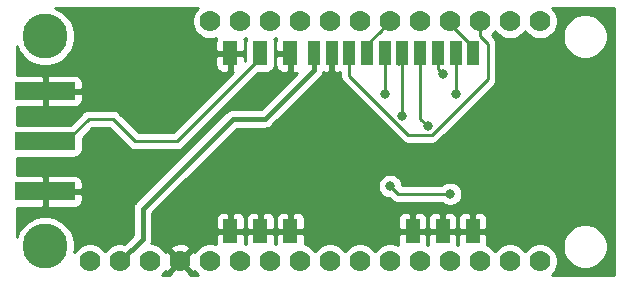
<source format=gtl>
G04 #@! TF.GenerationSoftware,KiCad,Pcbnew,(5.1.2-1)-1*
G04 #@! TF.CreationDate,2019-05-16T11:09:26+08:00*
G04 #@! TF.ProjectId,huzzah-cc112x-shield,68757a7a-6168-42d6-9363-313132782d73,1*
G04 #@! TF.SameCoordinates,Original*
G04 #@! TF.FileFunction,Copper,L1,Top*
G04 #@! TF.FilePolarity,Positive*
%FSLAX46Y46*%
G04 Gerber Fmt 4.6, Leading zero omitted, Abs format (unit mm)*
G04 Created by KiCad (PCBNEW (5.1.2-1)-1) date 2019-05-16 11:09:26*
%MOMM*%
%LPD*%
G04 APERTURE LIST*
%ADD10R,5.080000X1.500000*%
%ADD11C,3.810000*%
%ADD12C,1.778000*%
%ADD13R,1.000000X2.000000*%
%ADD14R,1.200000X2.000000*%
%ADD15C,0.800000*%
%ADD16C,0.250000*%
%ADD17C,0.400000*%
%ADD18C,0.254000*%
G04 APERTURE END LIST*
D10*
X15875000Y-24765000D03*
X15875000Y-20515000D03*
X15875000Y-29015000D03*
D11*
X15875000Y-15875000D03*
X15875000Y-33655000D03*
D12*
X29845000Y-14605000D03*
X32385000Y-14605000D03*
X34925000Y-14605000D03*
X37465000Y-14605000D03*
X40005000Y-14605000D03*
X42545000Y-14605000D03*
X45085000Y-14605000D03*
X47625000Y-14605000D03*
X50165000Y-14605000D03*
X52705000Y-14605000D03*
X55245000Y-14605000D03*
X57785000Y-14605000D03*
X29845000Y-34925000D03*
X32385000Y-34925000D03*
X34925000Y-34925000D03*
X37465000Y-34925000D03*
X40005000Y-34925000D03*
X42545000Y-34925000D03*
X45085000Y-34925000D03*
X47625000Y-34925000D03*
X50165000Y-34925000D03*
X52705000Y-34925000D03*
X55245000Y-34925000D03*
X57785000Y-34925000D03*
X27305000Y-34925000D03*
X24765000Y-34925000D03*
X22225000Y-34925000D03*
X19685000Y-34925000D03*
D13*
X52140000Y-17325000D03*
X50640000Y-17325000D03*
X49140000Y-17325000D03*
X47640000Y-17325000D03*
X46140000Y-17325000D03*
X44640000Y-17325000D03*
X43140000Y-17325000D03*
X41640000Y-17325000D03*
X40140000Y-17325000D03*
X38640000Y-17325000D03*
D14*
X36620000Y-17325000D03*
X34080000Y-17325000D03*
X31540000Y-17325000D03*
X52070000Y-32385000D03*
X49530000Y-32385000D03*
X46990000Y-32385000D03*
X36650000Y-32385000D03*
X34110000Y-32385000D03*
X31570000Y-32385000D03*
D15*
X49530000Y-19050000D03*
X29210000Y-17145000D03*
X20320000Y-30480000D03*
X20320000Y-17145000D03*
X24765000Y-17145000D03*
X60960000Y-20320000D03*
X60960000Y-29845000D03*
X60960000Y-24765000D03*
X40005000Y-22225000D03*
X50800000Y-25400000D03*
X53975000Y-25400000D03*
X57150000Y-25400000D03*
X33655000Y-25400000D03*
X41910000Y-32385000D03*
X40005000Y-32385000D03*
X43815000Y-32385000D03*
X34925000Y-25400000D03*
X34925000Y-26670000D03*
X34925000Y-27940000D03*
X34925000Y-29210000D03*
X36195000Y-25400000D03*
X38735000Y-25400000D03*
X38735000Y-26670000D03*
X38735000Y-27940000D03*
X38735000Y-29210000D03*
X40005000Y-26670000D03*
X40640000Y-27940000D03*
X42545000Y-25400000D03*
X42545000Y-26670000D03*
X42545000Y-27940000D03*
X42545000Y-29210000D03*
X41275000Y-26670000D03*
X60960000Y-22225000D03*
X60960000Y-27305000D03*
X26035000Y-22860000D03*
X46140000Y-22645000D03*
X48260000Y-23495000D03*
X44640000Y-20765000D03*
X45085000Y-28575000D03*
X50165000Y-29210000D03*
X50640000Y-20795000D03*
D16*
X49140000Y-18660000D02*
X49140000Y-17325000D01*
X49530000Y-19050000D02*
X49140000Y-18660000D01*
X50165000Y-14850000D02*
X50165000Y-14605000D01*
X52140000Y-16825000D02*
X50165000Y-14850000D01*
X52140000Y-17325000D02*
X52140000Y-16825000D01*
D17*
X38640000Y-18725000D02*
X34505000Y-22860000D01*
X38640000Y-17325000D02*
X38640000Y-18725000D01*
X34505000Y-22860000D02*
X31750000Y-22860000D01*
X31750000Y-22860000D02*
X24130000Y-30480000D01*
X24130000Y-33020000D02*
X22225000Y-34925000D01*
X24130000Y-30480000D02*
X24130000Y-33020000D01*
D16*
X17665000Y-24765000D02*
X15875000Y-24765000D01*
X19570000Y-22860000D02*
X17665000Y-24765000D01*
X21590000Y-22860000D02*
X19570000Y-22860000D01*
X23495000Y-24765000D02*
X21590000Y-22860000D01*
X27040000Y-24765000D02*
X23495000Y-24765000D01*
X34080000Y-17725000D02*
X27040000Y-24765000D01*
X34080000Y-17325000D02*
X34080000Y-17725000D01*
X44196001Y-15493999D02*
X45085000Y-14605000D01*
X43140000Y-16550000D02*
X44196001Y-15493999D01*
X43140000Y-17325000D02*
X43140000Y-16550000D01*
X46140000Y-17825000D02*
X45720000Y-18245000D01*
X46140000Y-17325000D02*
X46140000Y-17825000D01*
X46140000Y-17325000D02*
X46140000Y-22645000D01*
X47640000Y-17325000D02*
X47640000Y-22875000D01*
X47640000Y-22875000D02*
X48260000Y-23495000D01*
X44640000Y-17325000D02*
X44640000Y-20765000D01*
X45085000Y-28575000D02*
X45720000Y-29210000D01*
X45720000Y-29210000D02*
X50165000Y-29210000D01*
X50640000Y-17325000D02*
X50640000Y-20795000D01*
X48608001Y-24220001D02*
X53340000Y-19488002D01*
X41640000Y-19218002D02*
X46641999Y-24220001D01*
X46641999Y-24220001D02*
X48608001Y-24220001D01*
X41640000Y-17325000D02*
X41640000Y-19218002D01*
X53340000Y-16497235D02*
X52705000Y-15862235D01*
X52705000Y-15862235D02*
X52705000Y-14605000D01*
X53340000Y-19488002D02*
X53340000Y-16497235D01*
D18*
G36*
X64008000Y-36068000D02*
G01*
X58797261Y-36068000D01*
X58968768Y-35896493D01*
X59135551Y-35646885D01*
X59250434Y-35369534D01*
X59309000Y-35075101D01*
X59309000Y-34774899D01*
X59250434Y-34480466D01*
X59135551Y-34203115D01*
X58968768Y-33953507D01*
X58756493Y-33741232D01*
X58506885Y-33574449D01*
X58248385Y-33467374D01*
X59690000Y-33467374D01*
X59690000Y-33842626D01*
X59763209Y-34210668D01*
X59906811Y-34557356D01*
X60115290Y-34869366D01*
X60380634Y-35134710D01*
X60692644Y-35343189D01*
X61039332Y-35486791D01*
X61407374Y-35560000D01*
X61782626Y-35560000D01*
X62150668Y-35486791D01*
X62497356Y-35343189D01*
X62809366Y-35134710D01*
X63074710Y-34869366D01*
X63283189Y-34557356D01*
X63426791Y-34210668D01*
X63500000Y-33842626D01*
X63500000Y-33467374D01*
X63426791Y-33099332D01*
X63283189Y-32752644D01*
X63074710Y-32440634D01*
X62809366Y-32175290D01*
X62497356Y-31966811D01*
X62150668Y-31823209D01*
X61782626Y-31750000D01*
X61407374Y-31750000D01*
X61039332Y-31823209D01*
X60692644Y-31966811D01*
X60380634Y-32175290D01*
X60115290Y-32440634D01*
X59906811Y-32752644D01*
X59763209Y-33099332D01*
X59690000Y-33467374D01*
X58248385Y-33467374D01*
X58229534Y-33459566D01*
X57935101Y-33401000D01*
X57634899Y-33401000D01*
X57340466Y-33459566D01*
X57063115Y-33574449D01*
X56813507Y-33741232D01*
X56601232Y-33953507D01*
X56515000Y-34082562D01*
X56428768Y-33953507D01*
X56216493Y-33741232D01*
X55966885Y-33574449D01*
X55689534Y-33459566D01*
X55395101Y-33401000D01*
X55094899Y-33401000D01*
X54800466Y-33459566D01*
X54523115Y-33574449D01*
X54273507Y-33741232D01*
X54061232Y-33953507D01*
X53975000Y-34082562D01*
X53888768Y-33953507D01*
X53676493Y-33741232D01*
X53426885Y-33574449D01*
X53292935Y-33518965D01*
X53295812Y-33509482D01*
X53308072Y-33385000D01*
X53305000Y-32670750D01*
X53146250Y-32512000D01*
X52197000Y-32512000D01*
X52197000Y-32532000D01*
X51943000Y-32532000D01*
X51943000Y-32512000D01*
X50993750Y-32512000D01*
X50835000Y-32670750D01*
X50831928Y-33385000D01*
X50844188Y-33509482D01*
X50860592Y-33563558D01*
X50752935Y-33518965D01*
X50755812Y-33509482D01*
X50768072Y-33385000D01*
X50765000Y-32670750D01*
X50606250Y-32512000D01*
X49657000Y-32512000D01*
X49657000Y-32532000D01*
X49403000Y-32532000D01*
X49403000Y-32512000D01*
X48453750Y-32512000D01*
X48295000Y-32670750D01*
X48291928Y-33385000D01*
X48304188Y-33509482D01*
X48320592Y-33563558D01*
X48212935Y-33518965D01*
X48215812Y-33509482D01*
X48228072Y-33385000D01*
X48225000Y-32670750D01*
X48066250Y-32512000D01*
X47117000Y-32512000D01*
X47117000Y-32532000D01*
X46863000Y-32532000D01*
X46863000Y-32512000D01*
X45913750Y-32512000D01*
X45755000Y-32670750D01*
X45751928Y-33385000D01*
X45764188Y-33509482D01*
X45780592Y-33563558D01*
X45529534Y-33459566D01*
X45235101Y-33401000D01*
X44934899Y-33401000D01*
X44640466Y-33459566D01*
X44363115Y-33574449D01*
X44113507Y-33741232D01*
X43901232Y-33953507D01*
X43815000Y-34082562D01*
X43728768Y-33953507D01*
X43516493Y-33741232D01*
X43266885Y-33574449D01*
X42989534Y-33459566D01*
X42695101Y-33401000D01*
X42394899Y-33401000D01*
X42100466Y-33459566D01*
X41823115Y-33574449D01*
X41573507Y-33741232D01*
X41361232Y-33953507D01*
X41275000Y-34082562D01*
X41188768Y-33953507D01*
X40976493Y-33741232D01*
X40726885Y-33574449D01*
X40449534Y-33459566D01*
X40155101Y-33401000D01*
X39854899Y-33401000D01*
X39560466Y-33459566D01*
X39283115Y-33574449D01*
X39033507Y-33741232D01*
X38821232Y-33953507D01*
X38735000Y-34082562D01*
X38648768Y-33953507D01*
X38436493Y-33741232D01*
X38186885Y-33574449D01*
X37909534Y-33459566D01*
X37881282Y-33453946D01*
X37888072Y-33385000D01*
X37885000Y-32670750D01*
X37726250Y-32512000D01*
X36777000Y-32512000D01*
X36777000Y-32532000D01*
X36523000Y-32532000D01*
X36523000Y-32512000D01*
X35573750Y-32512000D01*
X35415000Y-32670750D01*
X35411928Y-33385000D01*
X35421387Y-33481044D01*
X35369534Y-33459566D01*
X35341282Y-33453946D01*
X35348072Y-33385000D01*
X35345000Y-32670750D01*
X35186250Y-32512000D01*
X34237000Y-32512000D01*
X34237000Y-32532000D01*
X33983000Y-32532000D01*
X33983000Y-32512000D01*
X33033750Y-32512000D01*
X32875000Y-32670750D01*
X32871928Y-33385000D01*
X32881387Y-33481044D01*
X32829534Y-33459566D01*
X32801282Y-33453946D01*
X32808072Y-33385000D01*
X32805000Y-32670750D01*
X32646250Y-32512000D01*
X31697000Y-32512000D01*
X31697000Y-32532000D01*
X31443000Y-32532000D01*
X31443000Y-32512000D01*
X30493750Y-32512000D01*
X30335000Y-32670750D01*
X30331928Y-33385000D01*
X30341387Y-33481044D01*
X30289534Y-33459566D01*
X29995101Y-33401000D01*
X29694899Y-33401000D01*
X29400466Y-33459566D01*
X29123115Y-33574449D01*
X28873507Y-33741232D01*
X28661232Y-33953507D01*
X28555583Y-34111622D01*
X28361231Y-34048374D01*
X27484605Y-34925000D01*
X28361231Y-35801626D01*
X28555583Y-35738378D01*
X28661232Y-35896493D01*
X28832739Y-36068000D01*
X28153389Y-36068000D01*
X28181626Y-35981231D01*
X27305000Y-35104605D01*
X26428374Y-35981231D01*
X26456611Y-36068000D01*
X25777261Y-36068000D01*
X25948768Y-35896493D01*
X26054417Y-35738378D01*
X26248769Y-35801626D01*
X27125395Y-34925000D01*
X26248769Y-34048374D01*
X26054417Y-34111622D01*
X25948768Y-33953507D01*
X25864030Y-33868769D01*
X26428374Y-33868769D01*
X27305000Y-34745395D01*
X28181626Y-33868769D01*
X28099273Y-33615711D01*
X27828582Y-33485914D01*
X27537770Y-33411420D01*
X27238012Y-33395092D01*
X26940829Y-33437557D01*
X26657641Y-33537184D01*
X26510727Y-33615711D01*
X26428374Y-33868769D01*
X25864030Y-33868769D01*
X25736493Y-33741232D01*
X25486885Y-33574449D01*
X25209534Y-33459566D01*
X24915101Y-33401000D01*
X24873148Y-33401000D01*
X24905172Y-33341087D01*
X24952918Y-33183689D01*
X24965000Y-33061019D01*
X24969040Y-33020000D01*
X24965000Y-32978982D01*
X24965000Y-31385000D01*
X30331928Y-31385000D01*
X30335000Y-32099250D01*
X30493750Y-32258000D01*
X31443000Y-32258000D01*
X31443000Y-30908750D01*
X31697000Y-30908750D01*
X31697000Y-32258000D01*
X32646250Y-32258000D01*
X32805000Y-32099250D01*
X32808072Y-31385000D01*
X32871928Y-31385000D01*
X32875000Y-32099250D01*
X33033750Y-32258000D01*
X33983000Y-32258000D01*
X33983000Y-30908750D01*
X34237000Y-30908750D01*
X34237000Y-32258000D01*
X35186250Y-32258000D01*
X35345000Y-32099250D01*
X35348072Y-31385000D01*
X35411928Y-31385000D01*
X35415000Y-32099250D01*
X35573750Y-32258000D01*
X36523000Y-32258000D01*
X36523000Y-30908750D01*
X36777000Y-30908750D01*
X36777000Y-32258000D01*
X37726250Y-32258000D01*
X37885000Y-32099250D01*
X37888072Y-31385000D01*
X45751928Y-31385000D01*
X45755000Y-32099250D01*
X45913750Y-32258000D01*
X46863000Y-32258000D01*
X46863000Y-30908750D01*
X47117000Y-30908750D01*
X47117000Y-32258000D01*
X48066250Y-32258000D01*
X48225000Y-32099250D01*
X48228072Y-31385000D01*
X48291928Y-31385000D01*
X48295000Y-32099250D01*
X48453750Y-32258000D01*
X49403000Y-32258000D01*
X49403000Y-30908750D01*
X49657000Y-30908750D01*
X49657000Y-32258000D01*
X50606250Y-32258000D01*
X50765000Y-32099250D01*
X50768072Y-31385000D01*
X50831928Y-31385000D01*
X50835000Y-32099250D01*
X50993750Y-32258000D01*
X51943000Y-32258000D01*
X51943000Y-30908750D01*
X52197000Y-30908750D01*
X52197000Y-32258000D01*
X53146250Y-32258000D01*
X53305000Y-32099250D01*
X53308072Y-31385000D01*
X53295812Y-31260518D01*
X53259502Y-31140820D01*
X53200537Y-31030506D01*
X53121185Y-30933815D01*
X53024494Y-30854463D01*
X52914180Y-30795498D01*
X52794482Y-30759188D01*
X52670000Y-30746928D01*
X52355750Y-30750000D01*
X52197000Y-30908750D01*
X51943000Y-30908750D01*
X51784250Y-30750000D01*
X51470000Y-30746928D01*
X51345518Y-30759188D01*
X51225820Y-30795498D01*
X51115506Y-30854463D01*
X51018815Y-30933815D01*
X50939463Y-31030506D01*
X50880498Y-31140820D01*
X50844188Y-31260518D01*
X50831928Y-31385000D01*
X50768072Y-31385000D01*
X50755812Y-31260518D01*
X50719502Y-31140820D01*
X50660537Y-31030506D01*
X50581185Y-30933815D01*
X50484494Y-30854463D01*
X50374180Y-30795498D01*
X50254482Y-30759188D01*
X50130000Y-30746928D01*
X49815750Y-30750000D01*
X49657000Y-30908750D01*
X49403000Y-30908750D01*
X49244250Y-30750000D01*
X48930000Y-30746928D01*
X48805518Y-30759188D01*
X48685820Y-30795498D01*
X48575506Y-30854463D01*
X48478815Y-30933815D01*
X48399463Y-31030506D01*
X48340498Y-31140820D01*
X48304188Y-31260518D01*
X48291928Y-31385000D01*
X48228072Y-31385000D01*
X48215812Y-31260518D01*
X48179502Y-31140820D01*
X48120537Y-31030506D01*
X48041185Y-30933815D01*
X47944494Y-30854463D01*
X47834180Y-30795498D01*
X47714482Y-30759188D01*
X47590000Y-30746928D01*
X47275750Y-30750000D01*
X47117000Y-30908750D01*
X46863000Y-30908750D01*
X46704250Y-30750000D01*
X46390000Y-30746928D01*
X46265518Y-30759188D01*
X46145820Y-30795498D01*
X46035506Y-30854463D01*
X45938815Y-30933815D01*
X45859463Y-31030506D01*
X45800498Y-31140820D01*
X45764188Y-31260518D01*
X45751928Y-31385000D01*
X37888072Y-31385000D01*
X37875812Y-31260518D01*
X37839502Y-31140820D01*
X37780537Y-31030506D01*
X37701185Y-30933815D01*
X37604494Y-30854463D01*
X37494180Y-30795498D01*
X37374482Y-30759188D01*
X37250000Y-30746928D01*
X36935750Y-30750000D01*
X36777000Y-30908750D01*
X36523000Y-30908750D01*
X36364250Y-30750000D01*
X36050000Y-30746928D01*
X35925518Y-30759188D01*
X35805820Y-30795498D01*
X35695506Y-30854463D01*
X35598815Y-30933815D01*
X35519463Y-31030506D01*
X35460498Y-31140820D01*
X35424188Y-31260518D01*
X35411928Y-31385000D01*
X35348072Y-31385000D01*
X35335812Y-31260518D01*
X35299502Y-31140820D01*
X35240537Y-31030506D01*
X35161185Y-30933815D01*
X35064494Y-30854463D01*
X34954180Y-30795498D01*
X34834482Y-30759188D01*
X34710000Y-30746928D01*
X34395750Y-30750000D01*
X34237000Y-30908750D01*
X33983000Y-30908750D01*
X33824250Y-30750000D01*
X33510000Y-30746928D01*
X33385518Y-30759188D01*
X33265820Y-30795498D01*
X33155506Y-30854463D01*
X33058815Y-30933815D01*
X32979463Y-31030506D01*
X32920498Y-31140820D01*
X32884188Y-31260518D01*
X32871928Y-31385000D01*
X32808072Y-31385000D01*
X32795812Y-31260518D01*
X32759502Y-31140820D01*
X32700537Y-31030506D01*
X32621185Y-30933815D01*
X32524494Y-30854463D01*
X32414180Y-30795498D01*
X32294482Y-30759188D01*
X32170000Y-30746928D01*
X31855750Y-30750000D01*
X31697000Y-30908750D01*
X31443000Y-30908750D01*
X31284250Y-30750000D01*
X30970000Y-30746928D01*
X30845518Y-30759188D01*
X30725820Y-30795498D01*
X30615506Y-30854463D01*
X30518815Y-30933815D01*
X30439463Y-31030506D01*
X30380498Y-31140820D01*
X30344188Y-31260518D01*
X30331928Y-31385000D01*
X24965000Y-31385000D01*
X24965000Y-30825867D01*
X27317806Y-28473061D01*
X44050000Y-28473061D01*
X44050000Y-28676939D01*
X44089774Y-28876898D01*
X44167795Y-29065256D01*
X44281063Y-29234774D01*
X44425226Y-29378937D01*
X44594744Y-29492205D01*
X44783102Y-29570226D01*
X44983061Y-29610000D01*
X45045198Y-29610000D01*
X45156200Y-29721002D01*
X45179999Y-29750001D01*
X45208997Y-29773799D01*
X45295724Y-29844974D01*
X45427753Y-29915546D01*
X45571014Y-29959003D01*
X45720000Y-29973677D01*
X45757333Y-29970000D01*
X49461289Y-29970000D01*
X49505226Y-30013937D01*
X49674744Y-30127205D01*
X49863102Y-30205226D01*
X50063061Y-30245000D01*
X50266939Y-30245000D01*
X50466898Y-30205226D01*
X50655256Y-30127205D01*
X50824774Y-30013937D01*
X50968937Y-29869774D01*
X51082205Y-29700256D01*
X51160226Y-29511898D01*
X51200000Y-29311939D01*
X51200000Y-29108061D01*
X51160226Y-28908102D01*
X51082205Y-28719744D01*
X50968937Y-28550226D01*
X50824774Y-28406063D01*
X50655256Y-28292795D01*
X50466898Y-28214774D01*
X50266939Y-28175000D01*
X50063061Y-28175000D01*
X49863102Y-28214774D01*
X49674744Y-28292795D01*
X49505226Y-28406063D01*
X49461289Y-28450000D01*
X46115413Y-28450000D01*
X46080226Y-28273102D01*
X46002205Y-28084744D01*
X45888937Y-27915226D01*
X45744774Y-27771063D01*
X45575256Y-27657795D01*
X45386898Y-27579774D01*
X45186939Y-27540000D01*
X44983061Y-27540000D01*
X44783102Y-27579774D01*
X44594744Y-27657795D01*
X44425226Y-27771063D01*
X44281063Y-27915226D01*
X44167795Y-28084744D01*
X44089774Y-28273102D01*
X44050000Y-28473061D01*
X27317806Y-28473061D01*
X32095868Y-23695000D01*
X34463982Y-23695000D01*
X34505000Y-23699040D01*
X34546018Y-23695000D01*
X34546019Y-23695000D01*
X34668689Y-23682918D01*
X34826087Y-23635172D01*
X34971146Y-23557636D01*
X35098291Y-23453291D01*
X35124446Y-23421421D01*
X39201427Y-19344441D01*
X39233291Y-19318291D01*
X39337636Y-19191146D01*
X39415172Y-19046087D01*
X39450094Y-18930966D01*
X39515518Y-18950812D01*
X39640000Y-18963072D01*
X39854250Y-18960000D01*
X40013000Y-18801250D01*
X40013000Y-17452000D01*
X39993000Y-17452000D01*
X39993000Y-17198000D01*
X40013000Y-17198000D01*
X40013000Y-17178000D01*
X40267000Y-17178000D01*
X40267000Y-17198000D01*
X40287000Y-17198000D01*
X40287000Y-17452000D01*
X40267000Y-17452000D01*
X40267000Y-18801250D01*
X40425750Y-18960000D01*
X40640000Y-18963072D01*
X40764482Y-18950812D01*
X40880001Y-18915770D01*
X40880001Y-19180670D01*
X40876324Y-19218002D01*
X40890998Y-19366987D01*
X40934454Y-19510248D01*
X41005026Y-19642278D01*
X41076201Y-19729004D01*
X41100000Y-19758003D01*
X41128998Y-19781801D01*
X46078200Y-24731004D01*
X46101998Y-24760002D01*
X46217723Y-24854975D01*
X46349752Y-24925547D01*
X46493013Y-24969004D01*
X46604666Y-24980001D01*
X46604676Y-24980001D01*
X46641999Y-24983677D01*
X46679322Y-24980001D01*
X48570679Y-24980001D01*
X48608001Y-24983677D01*
X48645323Y-24980001D01*
X48645334Y-24980001D01*
X48756987Y-24969004D01*
X48900248Y-24925547D01*
X49032277Y-24854975D01*
X49148002Y-24760002D01*
X49171805Y-24730998D01*
X53851004Y-20051800D01*
X53880001Y-20028003D01*
X53974974Y-19912278D01*
X54045546Y-19780249D01*
X54089003Y-19636988D01*
X54100000Y-19525335D01*
X54100000Y-19525326D01*
X54103676Y-19488003D01*
X54100000Y-19450680D01*
X54100000Y-16534568D01*
X54103677Y-16497235D01*
X54089003Y-16348249D01*
X54045546Y-16204988D01*
X53974974Y-16072959D01*
X53903799Y-15986232D01*
X53880001Y-15957234D01*
X53851002Y-15933435D01*
X53691414Y-15773847D01*
X53888768Y-15576493D01*
X53975000Y-15447438D01*
X54061232Y-15576493D01*
X54273507Y-15788768D01*
X54523115Y-15955551D01*
X54800466Y-16070434D01*
X55094899Y-16129000D01*
X55395101Y-16129000D01*
X55689534Y-16070434D01*
X55966885Y-15955551D01*
X56216493Y-15788768D01*
X56428768Y-15576493D01*
X56515000Y-15447438D01*
X56601232Y-15576493D01*
X56813507Y-15788768D01*
X57063115Y-15955551D01*
X57340466Y-16070434D01*
X57634899Y-16129000D01*
X57935101Y-16129000D01*
X58229534Y-16070434D01*
X58506885Y-15955551D01*
X58756493Y-15788768D01*
X58857887Y-15687374D01*
X59690000Y-15687374D01*
X59690000Y-16062626D01*
X59763209Y-16430668D01*
X59906811Y-16777356D01*
X60115290Y-17089366D01*
X60380634Y-17354710D01*
X60692644Y-17563189D01*
X61039332Y-17706791D01*
X61407374Y-17780000D01*
X61782626Y-17780000D01*
X62150668Y-17706791D01*
X62497356Y-17563189D01*
X62809366Y-17354710D01*
X63074710Y-17089366D01*
X63283189Y-16777356D01*
X63426791Y-16430668D01*
X63500000Y-16062626D01*
X63500000Y-15687374D01*
X63426791Y-15319332D01*
X63283189Y-14972644D01*
X63074710Y-14660634D01*
X62809366Y-14395290D01*
X62497356Y-14186811D01*
X62150668Y-14043209D01*
X61782626Y-13970000D01*
X61407374Y-13970000D01*
X61039332Y-14043209D01*
X60692644Y-14186811D01*
X60380634Y-14395290D01*
X60115290Y-14660634D01*
X59906811Y-14972644D01*
X59763209Y-15319332D01*
X59690000Y-15687374D01*
X58857887Y-15687374D01*
X58968768Y-15576493D01*
X59135551Y-15326885D01*
X59250434Y-15049534D01*
X59309000Y-14755101D01*
X59309000Y-14454899D01*
X59250434Y-14160466D01*
X59135551Y-13883115D01*
X58968768Y-13633507D01*
X58797261Y-13462000D01*
X64008000Y-13462000D01*
X64008000Y-36068000D01*
X64008000Y-36068000D01*
G37*
X64008000Y-36068000D02*
X58797261Y-36068000D01*
X58968768Y-35896493D01*
X59135551Y-35646885D01*
X59250434Y-35369534D01*
X59309000Y-35075101D01*
X59309000Y-34774899D01*
X59250434Y-34480466D01*
X59135551Y-34203115D01*
X58968768Y-33953507D01*
X58756493Y-33741232D01*
X58506885Y-33574449D01*
X58248385Y-33467374D01*
X59690000Y-33467374D01*
X59690000Y-33842626D01*
X59763209Y-34210668D01*
X59906811Y-34557356D01*
X60115290Y-34869366D01*
X60380634Y-35134710D01*
X60692644Y-35343189D01*
X61039332Y-35486791D01*
X61407374Y-35560000D01*
X61782626Y-35560000D01*
X62150668Y-35486791D01*
X62497356Y-35343189D01*
X62809366Y-35134710D01*
X63074710Y-34869366D01*
X63283189Y-34557356D01*
X63426791Y-34210668D01*
X63500000Y-33842626D01*
X63500000Y-33467374D01*
X63426791Y-33099332D01*
X63283189Y-32752644D01*
X63074710Y-32440634D01*
X62809366Y-32175290D01*
X62497356Y-31966811D01*
X62150668Y-31823209D01*
X61782626Y-31750000D01*
X61407374Y-31750000D01*
X61039332Y-31823209D01*
X60692644Y-31966811D01*
X60380634Y-32175290D01*
X60115290Y-32440634D01*
X59906811Y-32752644D01*
X59763209Y-33099332D01*
X59690000Y-33467374D01*
X58248385Y-33467374D01*
X58229534Y-33459566D01*
X57935101Y-33401000D01*
X57634899Y-33401000D01*
X57340466Y-33459566D01*
X57063115Y-33574449D01*
X56813507Y-33741232D01*
X56601232Y-33953507D01*
X56515000Y-34082562D01*
X56428768Y-33953507D01*
X56216493Y-33741232D01*
X55966885Y-33574449D01*
X55689534Y-33459566D01*
X55395101Y-33401000D01*
X55094899Y-33401000D01*
X54800466Y-33459566D01*
X54523115Y-33574449D01*
X54273507Y-33741232D01*
X54061232Y-33953507D01*
X53975000Y-34082562D01*
X53888768Y-33953507D01*
X53676493Y-33741232D01*
X53426885Y-33574449D01*
X53292935Y-33518965D01*
X53295812Y-33509482D01*
X53308072Y-33385000D01*
X53305000Y-32670750D01*
X53146250Y-32512000D01*
X52197000Y-32512000D01*
X52197000Y-32532000D01*
X51943000Y-32532000D01*
X51943000Y-32512000D01*
X50993750Y-32512000D01*
X50835000Y-32670750D01*
X50831928Y-33385000D01*
X50844188Y-33509482D01*
X50860592Y-33563558D01*
X50752935Y-33518965D01*
X50755812Y-33509482D01*
X50768072Y-33385000D01*
X50765000Y-32670750D01*
X50606250Y-32512000D01*
X49657000Y-32512000D01*
X49657000Y-32532000D01*
X49403000Y-32532000D01*
X49403000Y-32512000D01*
X48453750Y-32512000D01*
X48295000Y-32670750D01*
X48291928Y-33385000D01*
X48304188Y-33509482D01*
X48320592Y-33563558D01*
X48212935Y-33518965D01*
X48215812Y-33509482D01*
X48228072Y-33385000D01*
X48225000Y-32670750D01*
X48066250Y-32512000D01*
X47117000Y-32512000D01*
X47117000Y-32532000D01*
X46863000Y-32532000D01*
X46863000Y-32512000D01*
X45913750Y-32512000D01*
X45755000Y-32670750D01*
X45751928Y-33385000D01*
X45764188Y-33509482D01*
X45780592Y-33563558D01*
X45529534Y-33459566D01*
X45235101Y-33401000D01*
X44934899Y-33401000D01*
X44640466Y-33459566D01*
X44363115Y-33574449D01*
X44113507Y-33741232D01*
X43901232Y-33953507D01*
X43815000Y-34082562D01*
X43728768Y-33953507D01*
X43516493Y-33741232D01*
X43266885Y-33574449D01*
X42989534Y-33459566D01*
X42695101Y-33401000D01*
X42394899Y-33401000D01*
X42100466Y-33459566D01*
X41823115Y-33574449D01*
X41573507Y-33741232D01*
X41361232Y-33953507D01*
X41275000Y-34082562D01*
X41188768Y-33953507D01*
X40976493Y-33741232D01*
X40726885Y-33574449D01*
X40449534Y-33459566D01*
X40155101Y-33401000D01*
X39854899Y-33401000D01*
X39560466Y-33459566D01*
X39283115Y-33574449D01*
X39033507Y-33741232D01*
X38821232Y-33953507D01*
X38735000Y-34082562D01*
X38648768Y-33953507D01*
X38436493Y-33741232D01*
X38186885Y-33574449D01*
X37909534Y-33459566D01*
X37881282Y-33453946D01*
X37888072Y-33385000D01*
X37885000Y-32670750D01*
X37726250Y-32512000D01*
X36777000Y-32512000D01*
X36777000Y-32532000D01*
X36523000Y-32532000D01*
X36523000Y-32512000D01*
X35573750Y-32512000D01*
X35415000Y-32670750D01*
X35411928Y-33385000D01*
X35421387Y-33481044D01*
X35369534Y-33459566D01*
X35341282Y-33453946D01*
X35348072Y-33385000D01*
X35345000Y-32670750D01*
X35186250Y-32512000D01*
X34237000Y-32512000D01*
X34237000Y-32532000D01*
X33983000Y-32532000D01*
X33983000Y-32512000D01*
X33033750Y-32512000D01*
X32875000Y-32670750D01*
X32871928Y-33385000D01*
X32881387Y-33481044D01*
X32829534Y-33459566D01*
X32801282Y-33453946D01*
X32808072Y-33385000D01*
X32805000Y-32670750D01*
X32646250Y-32512000D01*
X31697000Y-32512000D01*
X31697000Y-32532000D01*
X31443000Y-32532000D01*
X31443000Y-32512000D01*
X30493750Y-32512000D01*
X30335000Y-32670750D01*
X30331928Y-33385000D01*
X30341387Y-33481044D01*
X30289534Y-33459566D01*
X29995101Y-33401000D01*
X29694899Y-33401000D01*
X29400466Y-33459566D01*
X29123115Y-33574449D01*
X28873507Y-33741232D01*
X28661232Y-33953507D01*
X28555583Y-34111622D01*
X28361231Y-34048374D01*
X27484605Y-34925000D01*
X28361231Y-35801626D01*
X28555583Y-35738378D01*
X28661232Y-35896493D01*
X28832739Y-36068000D01*
X28153389Y-36068000D01*
X28181626Y-35981231D01*
X27305000Y-35104605D01*
X26428374Y-35981231D01*
X26456611Y-36068000D01*
X25777261Y-36068000D01*
X25948768Y-35896493D01*
X26054417Y-35738378D01*
X26248769Y-35801626D01*
X27125395Y-34925000D01*
X26248769Y-34048374D01*
X26054417Y-34111622D01*
X25948768Y-33953507D01*
X25864030Y-33868769D01*
X26428374Y-33868769D01*
X27305000Y-34745395D01*
X28181626Y-33868769D01*
X28099273Y-33615711D01*
X27828582Y-33485914D01*
X27537770Y-33411420D01*
X27238012Y-33395092D01*
X26940829Y-33437557D01*
X26657641Y-33537184D01*
X26510727Y-33615711D01*
X26428374Y-33868769D01*
X25864030Y-33868769D01*
X25736493Y-33741232D01*
X25486885Y-33574449D01*
X25209534Y-33459566D01*
X24915101Y-33401000D01*
X24873148Y-33401000D01*
X24905172Y-33341087D01*
X24952918Y-33183689D01*
X24965000Y-33061019D01*
X24969040Y-33020000D01*
X24965000Y-32978982D01*
X24965000Y-31385000D01*
X30331928Y-31385000D01*
X30335000Y-32099250D01*
X30493750Y-32258000D01*
X31443000Y-32258000D01*
X31443000Y-30908750D01*
X31697000Y-30908750D01*
X31697000Y-32258000D01*
X32646250Y-32258000D01*
X32805000Y-32099250D01*
X32808072Y-31385000D01*
X32871928Y-31385000D01*
X32875000Y-32099250D01*
X33033750Y-32258000D01*
X33983000Y-32258000D01*
X33983000Y-30908750D01*
X34237000Y-30908750D01*
X34237000Y-32258000D01*
X35186250Y-32258000D01*
X35345000Y-32099250D01*
X35348072Y-31385000D01*
X35411928Y-31385000D01*
X35415000Y-32099250D01*
X35573750Y-32258000D01*
X36523000Y-32258000D01*
X36523000Y-30908750D01*
X36777000Y-30908750D01*
X36777000Y-32258000D01*
X37726250Y-32258000D01*
X37885000Y-32099250D01*
X37888072Y-31385000D01*
X45751928Y-31385000D01*
X45755000Y-32099250D01*
X45913750Y-32258000D01*
X46863000Y-32258000D01*
X46863000Y-30908750D01*
X47117000Y-30908750D01*
X47117000Y-32258000D01*
X48066250Y-32258000D01*
X48225000Y-32099250D01*
X48228072Y-31385000D01*
X48291928Y-31385000D01*
X48295000Y-32099250D01*
X48453750Y-32258000D01*
X49403000Y-32258000D01*
X49403000Y-30908750D01*
X49657000Y-30908750D01*
X49657000Y-32258000D01*
X50606250Y-32258000D01*
X50765000Y-32099250D01*
X50768072Y-31385000D01*
X50831928Y-31385000D01*
X50835000Y-32099250D01*
X50993750Y-32258000D01*
X51943000Y-32258000D01*
X51943000Y-30908750D01*
X52197000Y-30908750D01*
X52197000Y-32258000D01*
X53146250Y-32258000D01*
X53305000Y-32099250D01*
X53308072Y-31385000D01*
X53295812Y-31260518D01*
X53259502Y-31140820D01*
X53200537Y-31030506D01*
X53121185Y-30933815D01*
X53024494Y-30854463D01*
X52914180Y-30795498D01*
X52794482Y-30759188D01*
X52670000Y-30746928D01*
X52355750Y-30750000D01*
X52197000Y-30908750D01*
X51943000Y-30908750D01*
X51784250Y-30750000D01*
X51470000Y-30746928D01*
X51345518Y-30759188D01*
X51225820Y-30795498D01*
X51115506Y-30854463D01*
X51018815Y-30933815D01*
X50939463Y-31030506D01*
X50880498Y-31140820D01*
X50844188Y-31260518D01*
X50831928Y-31385000D01*
X50768072Y-31385000D01*
X50755812Y-31260518D01*
X50719502Y-31140820D01*
X50660537Y-31030506D01*
X50581185Y-30933815D01*
X50484494Y-30854463D01*
X50374180Y-30795498D01*
X50254482Y-30759188D01*
X50130000Y-30746928D01*
X49815750Y-30750000D01*
X49657000Y-30908750D01*
X49403000Y-30908750D01*
X49244250Y-30750000D01*
X48930000Y-30746928D01*
X48805518Y-30759188D01*
X48685820Y-30795498D01*
X48575506Y-30854463D01*
X48478815Y-30933815D01*
X48399463Y-31030506D01*
X48340498Y-31140820D01*
X48304188Y-31260518D01*
X48291928Y-31385000D01*
X48228072Y-31385000D01*
X48215812Y-31260518D01*
X48179502Y-31140820D01*
X48120537Y-31030506D01*
X48041185Y-30933815D01*
X47944494Y-30854463D01*
X47834180Y-30795498D01*
X47714482Y-30759188D01*
X47590000Y-30746928D01*
X47275750Y-30750000D01*
X47117000Y-30908750D01*
X46863000Y-30908750D01*
X46704250Y-30750000D01*
X46390000Y-30746928D01*
X46265518Y-30759188D01*
X46145820Y-30795498D01*
X46035506Y-30854463D01*
X45938815Y-30933815D01*
X45859463Y-31030506D01*
X45800498Y-31140820D01*
X45764188Y-31260518D01*
X45751928Y-31385000D01*
X37888072Y-31385000D01*
X37875812Y-31260518D01*
X37839502Y-31140820D01*
X37780537Y-31030506D01*
X37701185Y-30933815D01*
X37604494Y-30854463D01*
X37494180Y-30795498D01*
X37374482Y-30759188D01*
X37250000Y-30746928D01*
X36935750Y-30750000D01*
X36777000Y-30908750D01*
X36523000Y-30908750D01*
X36364250Y-30750000D01*
X36050000Y-30746928D01*
X35925518Y-30759188D01*
X35805820Y-30795498D01*
X35695506Y-30854463D01*
X35598815Y-30933815D01*
X35519463Y-31030506D01*
X35460498Y-31140820D01*
X35424188Y-31260518D01*
X35411928Y-31385000D01*
X35348072Y-31385000D01*
X35335812Y-31260518D01*
X35299502Y-31140820D01*
X35240537Y-31030506D01*
X35161185Y-30933815D01*
X35064494Y-30854463D01*
X34954180Y-30795498D01*
X34834482Y-30759188D01*
X34710000Y-30746928D01*
X34395750Y-30750000D01*
X34237000Y-30908750D01*
X33983000Y-30908750D01*
X33824250Y-30750000D01*
X33510000Y-30746928D01*
X33385518Y-30759188D01*
X33265820Y-30795498D01*
X33155506Y-30854463D01*
X33058815Y-30933815D01*
X32979463Y-31030506D01*
X32920498Y-31140820D01*
X32884188Y-31260518D01*
X32871928Y-31385000D01*
X32808072Y-31385000D01*
X32795812Y-31260518D01*
X32759502Y-31140820D01*
X32700537Y-31030506D01*
X32621185Y-30933815D01*
X32524494Y-30854463D01*
X32414180Y-30795498D01*
X32294482Y-30759188D01*
X32170000Y-30746928D01*
X31855750Y-30750000D01*
X31697000Y-30908750D01*
X31443000Y-30908750D01*
X31284250Y-30750000D01*
X30970000Y-30746928D01*
X30845518Y-30759188D01*
X30725820Y-30795498D01*
X30615506Y-30854463D01*
X30518815Y-30933815D01*
X30439463Y-31030506D01*
X30380498Y-31140820D01*
X30344188Y-31260518D01*
X30331928Y-31385000D01*
X24965000Y-31385000D01*
X24965000Y-30825867D01*
X27317806Y-28473061D01*
X44050000Y-28473061D01*
X44050000Y-28676939D01*
X44089774Y-28876898D01*
X44167795Y-29065256D01*
X44281063Y-29234774D01*
X44425226Y-29378937D01*
X44594744Y-29492205D01*
X44783102Y-29570226D01*
X44983061Y-29610000D01*
X45045198Y-29610000D01*
X45156200Y-29721002D01*
X45179999Y-29750001D01*
X45208997Y-29773799D01*
X45295724Y-29844974D01*
X45427753Y-29915546D01*
X45571014Y-29959003D01*
X45720000Y-29973677D01*
X45757333Y-29970000D01*
X49461289Y-29970000D01*
X49505226Y-30013937D01*
X49674744Y-30127205D01*
X49863102Y-30205226D01*
X50063061Y-30245000D01*
X50266939Y-30245000D01*
X50466898Y-30205226D01*
X50655256Y-30127205D01*
X50824774Y-30013937D01*
X50968937Y-29869774D01*
X51082205Y-29700256D01*
X51160226Y-29511898D01*
X51200000Y-29311939D01*
X51200000Y-29108061D01*
X51160226Y-28908102D01*
X51082205Y-28719744D01*
X50968937Y-28550226D01*
X50824774Y-28406063D01*
X50655256Y-28292795D01*
X50466898Y-28214774D01*
X50266939Y-28175000D01*
X50063061Y-28175000D01*
X49863102Y-28214774D01*
X49674744Y-28292795D01*
X49505226Y-28406063D01*
X49461289Y-28450000D01*
X46115413Y-28450000D01*
X46080226Y-28273102D01*
X46002205Y-28084744D01*
X45888937Y-27915226D01*
X45744774Y-27771063D01*
X45575256Y-27657795D01*
X45386898Y-27579774D01*
X45186939Y-27540000D01*
X44983061Y-27540000D01*
X44783102Y-27579774D01*
X44594744Y-27657795D01*
X44425226Y-27771063D01*
X44281063Y-27915226D01*
X44167795Y-28084744D01*
X44089774Y-28273102D01*
X44050000Y-28473061D01*
X27317806Y-28473061D01*
X32095868Y-23695000D01*
X34463982Y-23695000D01*
X34505000Y-23699040D01*
X34546018Y-23695000D01*
X34546019Y-23695000D01*
X34668689Y-23682918D01*
X34826087Y-23635172D01*
X34971146Y-23557636D01*
X35098291Y-23453291D01*
X35124446Y-23421421D01*
X39201427Y-19344441D01*
X39233291Y-19318291D01*
X39337636Y-19191146D01*
X39415172Y-19046087D01*
X39450094Y-18930966D01*
X39515518Y-18950812D01*
X39640000Y-18963072D01*
X39854250Y-18960000D01*
X40013000Y-18801250D01*
X40013000Y-17452000D01*
X39993000Y-17452000D01*
X39993000Y-17198000D01*
X40013000Y-17198000D01*
X40013000Y-17178000D01*
X40267000Y-17178000D01*
X40267000Y-17198000D01*
X40287000Y-17198000D01*
X40287000Y-17452000D01*
X40267000Y-17452000D01*
X40267000Y-18801250D01*
X40425750Y-18960000D01*
X40640000Y-18963072D01*
X40764482Y-18950812D01*
X40880001Y-18915770D01*
X40880001Y-19180670D01*
X40876324Y-19218002D01*
X40890998Y-19366987D01*
X40934454Y-19510248D01*
X41005026Y-19642278D01*
X41076201Y-19729004D01*
X41100000Y-19758003D01*
X41128998Y-19781801D01*
X46078200Y-24731004D01*
X46101998Y-24760002D01*
X46217723Y-24854975D01*
X46349752Y-24925547D01*
X46493013Y-24969004D01*
X46604666Y-24980001D01*
X46604676Y-24980001D01*
X46641999Y-24983677D01*
X46679322Y-24980001D01*
X48570679Y-24980001D01*
X48608001Y-24983677D01*
X48645323Y-24980001D01*
X48645334Y-24980001D01*
X48756987Y-24969004D01*
X48900248Y-24925547D01*
X49032277Y-24854975D01*
X49148002Y-24760002D01*
X49171805Y-24730998D01*
X53851004Y-20051800D01*
X53880001Y-20028003D01*
X53974974Y-19912278D01*
X54045546Y-19780249D01*
X54089003Y-19636988D01*
X54100000Y-19525335D01*
X54100000Y-19525326D01*
X54103676Y-19488003D01*
X54100000Y-19450680D01*
X54100000Y-16534568D01*
X54103677Y-16497235D01*
X54089003Y-16348249D01*
X54045546Y-16204988D01*
X53974974Y-16072959D01*
X53903799Y-15986232D01*
X53880001Y-15957234D01*
X53851002Y-15933435D01*
X53691414Y-15773847D01*
X53888768Y-15576493D01*
X53975000Y-15447438D01*
X54061232Y-15576493D01*
X54273507Y-15788768D01*
X54523115Y-15955551D01*
X54800466Y-16070434D01*
X55094899Y-16129000D01*
X55395101Y-16129000D01*
X55689534Y-16070434D01*
X55966885Y-15955551D01*
X56216493Y-15788768D01*
X56428768Y-15576493D01*
X56515000Y-15447438D01*
X56601232Y-15576493D01*
X56813507Y-15788768D01*
X57063115Y-15955551D01*
X57340466Y-16070434D01*
X57634899Y-16129000D01*
X57935101Y-16129000D01*
X58229534Y-16070434D01*
X58506885Y-15955551D01*
X58756493Y-15788768D01*
X58857887Y-15687374D01*
X59690000Y-15687374D01*
X59690000Y-16062626D01*
X59763209Y-16430668D01*
X59906811Y-16777356D01*
X60115290Y-17089366D01*
X60380634Y-17354710D01*
X60692644Y-17563189D01*
X61039332Y-17706791D01*
X61407374Y-17780000D01*
X61782626Y-17780000D01*
X62150668Y-17706791D01*
X62497356Y-17563189D01*
X62809366Y-17354710D01*
X63074710Y-17089366D01*
X63283189Y-16777356D01*
X63426791Y-16430668D01*
X63500000Y-16062626D01*
X63500000Y-15687374D01*
X63426791Y-15319332D01*
X63283189Y-14972644D01*
X63074710Y-14660634D01*
X62809366Y-14395290D01*
X62497356Y-14186811D01*
X62150668Y-14043209D01*
X61782626Y-13970000D01*
X61407374Y-13970000D01*
X61039332Y-14043209D01*
X60692644Y-14186811D01*
X60380634Y-14395290D01*
X60115290Y-14660634D01*
X59906811Y-14972644D01*
X59763209Y-15319332D01*
X59690000Y-15687374D01*
X58857887Y-15687374D01*
X58968768Y-15576493D01*
X59135551Y-15326885D01*
X59250434Y-15049534D01*
X59309000Y-14755101D01*
X59309000Y-14454899D01*
X59250434Y-14160466D01*
X59135551Y-13883115D01*
X58968768Y-13633507D01*
X58797261Y-13462000D01*
X64008000Y-13462000D01*
X64008000Y-36068000D01*
G36*
X35430498Y-16080820D02*
G01*
X35394188Y-16200518D01*
X35381928Y-16325000D01*
X35385000Y-17039250D01*
X35543750Y-17198000D01*
X36493000Y-17198000D01*
X36493000Y-17178000D01*
X36747000Y-17178000D01*
X36747000Y-17198000D01*
X36767000Y-17198000D01*
X36767000Y-17452000D01*
X36747000Y-17452000D01*
X36747000Y-18801250D01*
X36905750Y-18960000D01*
X37220000Y-18963072D01*
X37221176Y-18962956D01*
X34159133Y-22025000D01*
X31791007Y-22025000D01*
X31749999Y-22020961D01*
X31708991Y-22025000D01*
X31708981Y-22025000D01*
X31586311Y-22037082D01*
X31428913Y-22084828D01*
X31283854Y-22162364D01*
X31156709Y-22266709D01*
X31130561Y-22298571D01*
X23568579Y-29860554D01*
X23536709Y-29886709D01*
X23468355Y-29970000D01*
X23432364Y-30013855D01*
X23354828Y-30158914D01*
X23307082Y-30316312D01*
X23290960Y-30480000D01*
X23295000Y-30521019D01*
X23295001Y-32674130D01*
X22536106Y-33433026D01*
X22375101Y-33401000D01*
X22074899Y-33401000D01*
X21780466Y-33459566D01*
X21503115Y-33574449D01*
X21253507Y-33741232D01*
X21041232Y-33953507D01*
X20955000Y-34082562D01*
X20868768Y-33953507D01*
X20656493Y-33741232D01*
X20406885Y-33574449D01*
X20129534Y-33459566D01*
X19835101Y-33401000D01*
X19534899Y-33401000D01*
X19240466Y-33459566D01*
X18963115Y-33574449D01*
X18713507Y-33741232D01*
X18501232Y-33953507D01*
X18364757Y-34157756D01*
X18415000Y-33905168D01*
X18415000Y-33404832D01*
X18317389Y-32914109D01*
X18125919Y-32451859D01*
X17847947Y-32035844D01*
X17494156Y-31682053D01*
X17078141Y-31404081D01*
X16615891Y-31212611D01*
X16125168Y-31115000D01*
X15624832Y-31115000D01*
X15134109Y-31212611D01*
X14671859Y-31404081D01*
X14255844Y-31682053D01*
X13902053Y-32035844D01*
X13624081Y-32451859D01*
X13462000Y-32843158D01*
X13462000Y-30402899D01*
X15589250Y-30400000D01*
X15748000Y-30241250D01*
X15748000Y-29142000D01*
X16002000Y-29142000D01*
X16002000Y-30241250D01*
X16160750Y-30400000D01*
X18415000Y-30403072D01*
X18539482Y-30390812D01*
X18659180Y-30354502D01*
X18769494Y-30295537D01*
X18866185Y-30216185D01*
X18945537Y-30119494D01*
X19004502Y-30009180D01*
X19040812Y-29889482D01*
X19053072Y-29765000D01*
X19050000Y-29300750D01*
X18891250Y-29142000D01*
X16002000Y-29142000D01*
X15748000Y-29142000D01*
X15728000Y-29142000D01*
X15728000Y-28888000D01*
X15748000Y-28888000D01*
X15748000Y-27788750D01*
X16002000Y-27788750D01*
X16002000Y-28888000D01*
X18891250Y-28888000D01*
X19050000Y-28729250D01*
X19053072Y-28265000D01*
X19040812Y-28140518D01*
X19004502Y-28020820D01*
X18945537Y-27910506D01*
X18866185Y-27813815D01*
X18769494Y-27734463D01*
X18659180Y-27675498D01*
X18539482Y-27639188D01*
X18415000Y-27626928D01*
X16160750Y-27630000D01*
X16002000Y-27788750D01*
X15748000Y-27788750D01*
X15589250Y-27630000D01*
X13462000Y-27627101D01*
X13462000Y-26153072D01*
X18415000Y-26153072D01*
X18539482Y-26140812D01*
X18659180Y-26104502D01*
X18769494Y-26045537D01*
X18866185Y-25966185D01*
X18945537Y-25869494D01*
X19004502Y-25759180D01*
X19040812Y-25639482D01*
X19053072Y-25515000D01*
X19053072Y-24451729D01*
X19884802Y-23620000D01*
X21275199Y-23620000D01*
X22931201Y-25276003D01*
X22954999Y-25305001D01*
X23070724Y-25399974D01*
X23202753Y-25470546D01*
X23346014Y-25514003D01*
X23457667Y-25525000D01*
X23457677Y-25525000D01*
X23495000Y-25528676D01*
X23532323Y-25525000D01*
X27002678Y-25525000D01*
X27040000Y-25528676D01*
X27077322Y-25525000D01*
X27077333Y-25525000D01*
X27188986Y-25514003D01*
X27332247Y-25470546D01*
X27464276Y-25399974D01*
X27580001Y-25305001D01*
X27603804Y-25275997D01*
X33916731Y-18963072D01*
X34680000Y-18963072D01*
X34804482Y-18950812D01*
X34924180Y-18914502D01*
X35034494Y-18855537D01*
X35131185Y-18776185D01*
X35210537Y-18679494D01*
X35269502Y-18569180D01*
X35305812Y-18449482D01*
X35318072Y-18325000D01*
X35381928Y-18325000D01*
X35394188Y-18449482D01*
X35430498Y-18569180D01*
X35489463Y-18679494D01*
X35568815Y-18776185D01*
X35665506Y-18855537D01*
X35775820Y-18914502D01*
X35895518Y-18950812D01*
X36020000Y-18963072D01*
X36334250Y-18960000D01*
X36493000Y-18801250D01*
X36493000Y-17452000D01*
X35543750Y-17452000D01*
X35385000Y-17610750D01*
X35381928Y-18325000D01*
X35318072Y-18325000D01*
X35318072Y-16325000D01*
X35305812Y-16200518D01*
X35272223Y-16089790D01*
X35369534Y-16070434D01*
X35454964Y-16035047D01*
X35430498Y-16080820D01*
X35430498Y-16080820D01*
G37*
X35430498Y-16080820D02*
X35394188Y-16200518D01*
X35381928Y-16325000D01*
X35385000Y-17039250D01*
X35543750Y-17198000D01*
X36493000Y-17198000D01*
X36493000Y-17178000D01*
X36747000Y-17178000D01*
X36747000Y-17198000D01*
X36767000Y-17198000D01*
X36767000Y-17452000D01*
X36747000Y-17452000D01*
X36747000Y-18801250D01*
X36905750Y-18960000D01*
X37220000Y-18963072D01*
X37221176Y-18962956D01*
X34159133Y-22025000D01*
X31791007Y-22025000D01*
X31749999Y-22020961D01*
X31708991Y-22025000D01*
X31708981Y-22025000D01*
X31586311Y-22037082D01*
X31428913Y-22084828D01*
X31283854Y-22162364D01*
X31156709Y-22266709D01*
X31130561Y-22298571D01*
X23568579Y-29860554D01*
X23536709Y-29886709D01*
X23468355Y-29970000D01*
X23432364Y-30013855D01*
X23354828Y-30158914D01*
X23307082Y-30316312D01*
X23290960Y-30480000D01*
X23295000Y-30521019D01*
X23295001Y-32674130D01*
X22536106Y-33433026D01*
X22375101Y-33401000D01*
X22074899Y-33401000D01*
X21780466Y-33459566D01*
X21503115Y-33574449D01*
X21253507Y-33741232D01*
X21041232Y-33953507D01*
X20955000Y-34082562D01*
X20868768Y-33953507D01*
X20656493Y-33741232D01*
X20406885Y-33574449D01*
X20129534Y-33459566D01*
X19835101Y-33401000D01*
X19534899Y-33401000D01*
X19240466Y-33459566D01*
X18963115Y-33574449D01*
X18713507Y-33741232D01*
X18501232Y-33953507D01*
X18364757Y-34157756D01*
X18415000Y-33905168D01*
X18415000Y-33404832D01*
X18317389Y-32914109D01*
X18125919Y-32451859D01*
X17847947Y-32035844D01*
X17494156Y-31682053D01*
X17078141Y-31404081D01*
X16615891Y-31212611D01*
X16125168Y-31115000D01*
X15624832Y-31115000D01*
X15134109Y-31212611D01*
X14671859Y-31404081D01*
X14255844Y-31682053D01*
X13902053Y-32035844D01*
X13624081Y-32451859D01*
X13462000Y-32843158D01*
X13462000Y-30402899D01*
X15589250Y-30400000D01*
X15748000Y-30241250D01*
X15748000Y-29142000D01*
X16002000Y-29142000D01*
X16002000Y-30241250D01*
X16160750Y-30400000D01*
X18415000Y-30403072D01*
X18539482Y-30390812D01*
X18659180Y-30354502D01*
X18769494Y-30295537D01*
X18866185Y-30216185D01*
X18945537Y-30119494D01*
X19004502Y-30009180D01*
X19040812Y-29889482D01*
X19053072Y-29765000D01*
X19050000Y-29300750D01*
X18891250Y-29142000D01*
X16002000Y-29142000D01*
X15748000Y-29142000D01*
X15728000Y-29142000D01*
X15728000Y-28888000D01*
X15748000Y-28888000D01*
X15748000Y-27788750D01*
X16002000Y-27788750D01*
X16002000Y-28888000D01*
X18891250Y-28888000D01*
X19050000Y-28729250D01*
X19053072Y-28265000D01*
X19040812Y-28140518D01*
X19004502Y-28020820D01*
X18945537Y-27910506D01*
X18866185Y-27813815D01*
X18769494Y-27734463D01*
X18659180Y-27675498D01*
X18539482Y-27639188D01*
X18415000Y-27626928D01*
X16160750Y-27630000D01*
X16002000Y-27788750D01*
X15748000Y-27788750D01*
X15589250Y-27630000D01*
X13462000Y-27627101D01*
X13462000Y-26153072D01*
X18415000Y-26153072D01*
X18539482Y-26140812D01*
X18659180Y-26104502D01*
X18769494Y-26045537D01*
X18866185Y-25966185D01*
X18945537Y-25869494D01*
X19004502Y-25759180D01*
X19040812Y-25639482D01*
X19053072Y-25515000D01*
X19053072Y-24451729D01*
X19884802Y-23620000D01*
X21275199Y-23620000D01*
X22931201Y-25276003D01*
X22954999Y-25305001D01*
X23070724Y-25399974D01*
X23202753Y-25470546D01*
X23346014Y-25514003D01*
X23457667Y-25525000D01*
X23457677Y-25525000D01*
X23495000Y-25528676D01*
X23532323Y-25525000D01*
X27002678Y-25525000D01*
X27040000Y-25528676D01*
X27077322Y-25525000D01*
X27077333Y-25525000D01*
X27188986Y-25514003D01*
X27332247Y-25470546D01*
X27464276Y-25399974D01*
X27580001Y-25305001D01*
X27603804Y-25275997D01*
X33916731Y-18963072D01*
X34680000Y-18963072D01*
X34804482Y-18950812D01*
X34924180Y-18914502D01*
X35034494Y-18855537D01*
X35131185Y-18776185D01*
X35210537Y-18679494D01*
X35269502Y-18569180D01*
X35305812Y-18449482D01*
X35318072Y-18325000D01*
X35381928Y-18325000D01*
X35394188Y-18449482D01*
X35430498Y-18569180D01*
X35489463Y-18679494D01*
X35568815Y-18776185D01*
X35665506Y-18855537D01*
X35775820Y-18914502D01*
X35895518Y-18950812D01*
X36020000Y-18963072D01*
X36334250Y-18960000D01*
X36493000Y-18801250D01*
X36493000Y-17452000D01*
X35543750Y-17452000D01*
X35385000Y-17610750D01*
X35381928Y-18325000D01*
X35318072Y-18325000D01*
X35318072Y-16325000D01*
X35305812Y-16200518D01*
X35272223Y-16089790D01*
X35369534Y-16070434D01*
X35454964Y-16035047D01*
X35430498Y-16080820D01*
G36*
X28661232Y-13633507D02*
G01*
X28494449Y-13883115D01*
X28379566Y-14160466D01*
X28321000Y-14454899D01*
X28321000Y-14755101D01*
X28379566Y-15049534D01*
X28494449Y-15326885D01*
X28661232Y-15576493D01*
X28873507Y-15788768D01*
X29123115Y-15955551D01*
X29400466Y-16070434D01*
X29694899Y-16129000D01*
X29995101Y-16129000D01*
X30289534Y-16070434D01*
X30374964Y-16035047D01*
X30350498Y-16080820D01*
X30314188Y-16200518D01*
X30301928Y-16325000D01*
X30305000Y-17039250D01*
X30463750Y-17198000D01*
X31413000Y-17198000D01*
X31413000Y-17178000D01*
X31667000Y-17178000D01*
X31667000Y-17198000D01*
X32616250Y-17198000D01*
X32775000Y-17039250D01*
X32778072Y-16325000D01*
X32765812Y-16200518D01*
X32732223Y-16089790D01*
X32829534Y-16070434D01*
X32914964Y-16035047D01*
X32890498Y-16080820D01*
X32854188Y-16200518D01*
X32841928Y-16325000D01*
X32841928Y-17888269D01*
X32776475Y-17953722D01*
X32775000Y-17610750D01*
X32616250Y-17452000D01*
X31667000Y-17452000D01*
X31667000Y-18801250D01*
X31797974Y-18932224D01*
X26725199Y-24005000D01*
X23809802Y-24005000D01*
X22153804Y-22349003D01*
X22130001Y-22319999D01*
X22014276Y-22225026D01*
X21882247Y-22154454D01*
X21738986Y-22110997D01*
X21627333Y-22100000D01*
X21627322Y-22100000D01*
X21590000Y-22096324D01*
X21552678Y-22100000D01*
X19607323Y-22100000D01*
X19570000Y-22096324D01*
X19532677Y-22100000D01*
X19532667Y-22100000D01*
X19421014Y-22110997D01*
X19277753Y-22154454D01*
X19145724Y-22225026D01*
X19029999Y-22319999D01*
X19006201Y-22348997D01*
X17978271Y-23376928D01*
X13462000Y-23376928D01*
X13462000Y-21902899D01*
X15589250Y-21900000D01*
X15748000Y-21741250D01*
X15748000Y-20642000D01*
X16002000Y-20642000D01*
X16002000Y-21741250D01*
X16160750Y-21900000D01*
X18415000Y-21903072D01*
X18539482Y-21890812D01*
X18659180Y-21854502D01*
X18769494Y-21795537D01*
X18866185Y-21716185D01*
X18945537Y-21619494D01*
X19004502Y-21509180D01*
X19040812Y-21389482D01*
X19053072Y-21265000D01*
X19050000Y-20800750D01*
X18891250Y-20642000D01*
X16002000Y-20642000D01*
X15748000Y-20642000D01*
X15728000Y-20642000D01*
X15728000Y-20388000D01*
X15748000Y-20388000D01*
X15748000Y-19288750D01*
X16002000Y-19288750D01*
X16002000Y-20388000D01*
X18891250Y-20388000D01*
X19050000Y-20229250D01*
X19053072Y-19765000D01*
X19040812Y-19640518D01*
X19004502Y-19520820D01*
X18945537Y-19410506D01*
X18866185Y-19313815D01*
X18769494Y-19234463D01*
X18659180Y-19175498D01*
X18539482Y-19139188D01*
X18415000Y-19126928D01*
X16160750Y-19130000D01*
X16002000Y-19288750D01*
X15748000Y-19288750D01*
X15589250Y-19130000D01*
X13462000Y-19127101D01*
X13462000Y-16686842D01*
X13624081Y-17078141D01*
X13902053Y-17494156D01*
X14255844Y-17847947D01*
X14671859Y-18125919D01*
X15134109Y-18317389D01*
X15624832Y-18415000D01*
X16125168Y-18415000D01*
X16577627Y-18325000D01*
X30301928Y-18325000D01*
X30314188Y-18449482D01*
X30350498Y-18569180D01*
X30409463Y-18679494D01*
X30488815Y-18776185D01*
X30585506Y-18855537D01*
X30695820Y-18914502D01*
X30815518Y-18950812D01*
X30940000Y-18963072D01*
X31254250Y-18960000D01*
X31413000Y-18801250D01*
X31413000Y-17452000D01*
X30463750Y-17452000D01*
X30305000Y-17610750D01*
X30301928Y-18325000D01*
X16577627Y-18325000D01*
X16615891Y-18317389D01*
X17078141Y-18125919D01*
X17494156Y-17847947D01*
X17847947Y-17494156D01*
X18125919Y-17078141D01*
X18317389Y-16615891D01*
X18415000Y-16125168D01*
X18415000Y-15624832D01*
X18317389Y-15134109D01*
X18125919Y-14671859D01*
X17847947Y-14255844D01*
X17494156Y-13902053D01*
X17078141Y-13624081D01*
X16686842Y-13462000D01*
X28832739Y-13462000D01*
X28661232Y-13633507D01*
X28661232Y-13633507D01*
G37*
X28661232Y-13633507D02*
X28494449Y-13883115D01*
X28379566Y-14160466D01*
X28321000Y-14454899D01*
X28321000Y-14755101D01*
X28379566Y-15049534D01*
X28494449Y-15326885D01*
X28661232Y-15576493D01*
X28873507Y-15788768D01*
X29123115Y-15955551D01*
X29400466Y-16070434D01*
X29694899Y-16129000D01*
X29995101Y-16129000D01*
X30289534Y-16070434D01*
X30374964Y-16035047D01*
X30350498Y-16080820D01*
X30314188Y-16200518D01*
X30301928Y-16325000D01*
X30305000Y-17039250D01*
X30463750Y-17198000D01*
X31413000Y-17198000D01*
X31413000Y-17178000D01*
X31667000Y-17178000D01*
X31667000Y-17198000D01*
X32616250Y-17198000D01*
X32775000Y-17039250D01*
X32778072Y-16325000D01*
X32765812Y-16200518D01*
X32732223Y-16089790D01*
X32829534Y-16070434D01*
X32914964Y-16035047D01*
X32890498Y-16080820D01*
X32854188Y-16200518D01*
X32841928Y-16325000D01*
X32841928Y-17888269D01*
X32776475Y-17953722D01*
X32775000Y-17610750D01*
X32616250Y-17452000D01*
X31667000Y-17452000D01*
X31667000Y-18801250D01*
X31797974Y-18932224D01*
X26725199Y-24005000D01*
X23809802Y-24005000D01*
X22153804Y-22349003D01*
X22130001Y-22319999D01*
X22014276Y-22225026D01*
X21882247Y-22154454D01*
X21738986Y-22110997D01*
X21627333Y-22100000D01*
X21627322Y-22100000D01*
X21590000Y-22096324D01*
X21552678Y-22100000D01*
X19607323Y-22100000D01*
X19570000Y-22096324D01*
X19532677Y-22100000D01*
X19532667Y-22100000D01*
X19421014Y-22110997D01*
X19277753Y-22154454D01*
X19145724Y-22225026D01*
X19029999Y-22319999D01*
X19006201Y-22348997D01*
X17978271Y-23376928D01*
X13462000Y-23376928D01*
X13462000Y-21902899D01*
X15589250Y-21900000D01*
X15748000Y-21741250D01*
X15748000Y-20642000D01*
X16002000Y-20642000D01*
X16002000Y-21741250D01*
X16160750Y-21900000D01*
X18415000Y-21903072D01*
X18539482Y-21890812D01*
X18659180Y-21854502D01*
X18769494Y-21795537D01*
X18866185Y-21716185D01*
X18945537Y-21619494D01*
X19004502Y-21509180D01*
X19040812Y-21389482D01*
X19053072Y-21265000D01*
X19050000Y-20800750D01*
X18891250Y-20642000D01*
X16002000Y-20642000D01*
X15748000Y-20642000D01*
X15728000Y-20642000D01*
X15728000Y-20388000D01*
X15748000Y-20388000D01*
X15748000Y-19288750D01*
X16002000Y-19288750D01*
X16002000Y-20388000D01*
X18891250Y-20388000D01*
X19050000Y-20229250D01*
X19053072Y-19765000D01*
X19040812Y-19640518D01*
X19004502Y-19520820D01*
X18945537Y-19410506D01*
X18866185Y-19313815D01*
X18769494Y-19234463D01*
X18659180Y-19175498D01*
X18539482Y-19139188D01*
X18415000Y-19126928D01*
X16160750Y-19130000D01*
X16002000Y-19288750D01*
X15748000Y-19288750D01*
X15589250Y-19130000D01*
X13462000Y-19127101D01*
X13462000Y-16686842D01*
X13624081Y-17078141D01*
X13902053Y-17494156D01*
X14255844Y-17847947D01*
X14671859Y-18125919D01*
X15134109Y-18317389D01*
X15624832Y-18415000D01*
X16125168Y-18415000D01*
X16577627Y-18325000D01*
X30301928Y-18325000D01*
X30314188Y-18449482D01*
X30350498Y-18569180D01*
X30409463Y-18679494D01*
X30488815Y-18776185D01*
X30585506Y-18855537D01*
X30695820Y-18914502D01*
X30815518Y-18950812D01*
X30940000Y-18963072D01*
X31254250Y-18960000D01*
X31413000Y-18801250D01*
X31413000Y-17452000D01*
X30463750Y-17452000D01*
X30305000Y-17610750D01*
X30301928Y-18325000D01*
X16577627Y-18325000D01*
X16615891Y-18317389D01*
X17078141Y-18125919D01*
X17494156Y-17847947D01*
X17847947Y-17494156D01*
X18125919Y-17078141D01*
X18317389Y-16615891D01*
X18415000Y-16125168D01*
X18415000Y-15624832D01*
X18317389Y-15134109D01*
X18125919Y-14671859D01*
X17847947Y-14255844D01*
X17494156Y-13902053D01*
X17078141Y-13624081D01*
X16686842Y-13462000D01*
X28832739Y-13462000D01*
X28661232Y-13633507D01*
M02*

</source>
